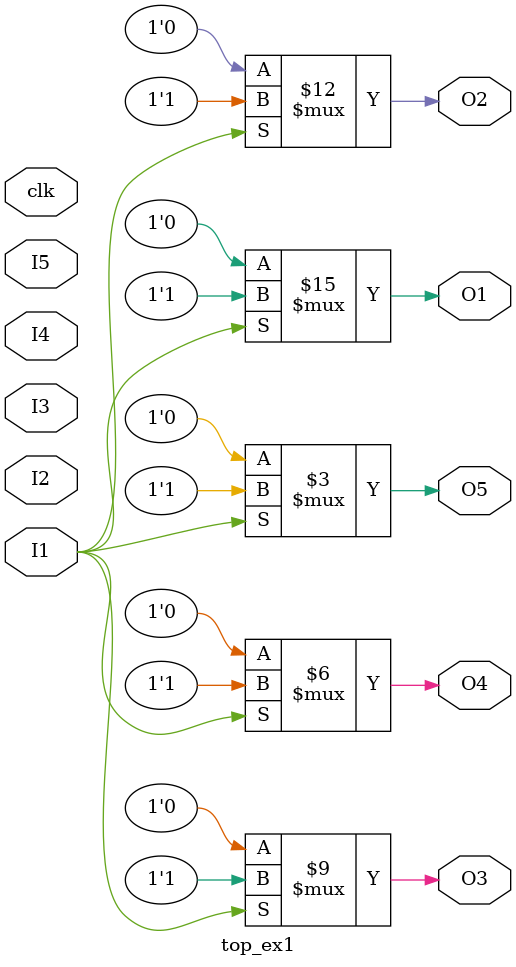
<source format=sv>
module top_ex1 (
    input  wire clk,              // P3 - clock 25 MHz
    input  wire I1, I2, I3, I4, I5,   // Entradas (D1, C1, C2, E3, B4) - ativo alto
    output logic O1, O2, O3, O4, O5   // Saídas (E2, D2, B1, A3, C3) - ativo alto
);

    // Todas as saídas seguem o estado de I1
    always_comb begin
        if (I1) begin
            O1 = 1;
            O2 = 1;
            O3 = 1;
            O4 = 1;
            O5 = 1;
        end else begin
            O1 = 0;
            O2 = 0;
            O3 = 0;
            O4 = 0;
            O5 = 0;
        end
    end

endmodule

</source>
